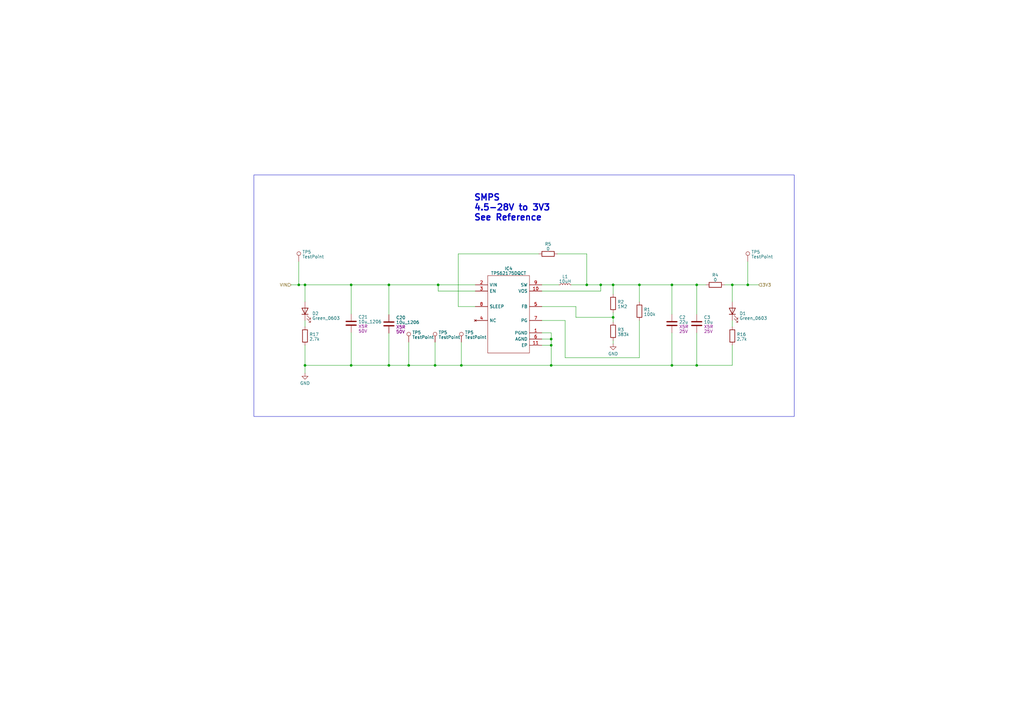
<source format=kicad_sch>
(kicad_sch (version 20230121) (generator eeschema)
  (paper "A3")
  (lib_symbols
    (symbol "Capacitor_JLC:10u" (pin_numbers hide) (pin_names (offset 0.254))
      (property "Reference" "C" (at 0.635 2.54 0))
      (property "Value" "10u" (at 0.635 -2.54 0))
      (property "Type" "X5R" (at 5.08 2.54 0))
      (property "Voltage" "25V" (at 5.08 0 0))
      (symbol "10u_0_1"
        (polyline (pts (xy -2.032 -0.762) (xy 2.032 -0.762)) (stroke (width 0.508)))
        (polyline (pts (xy -2.032 0.762) (xy 2.032 0.762)) (stroke (width 0.508)))
      )
      (symbol "10u_1_1"
        (pin passive line (at 0 3.81 270) (length 2.794) (name "~") (number "1"))
        (pin passive line (at 0 -3.81 90) (length 2.794) (name "~") (number "2"))
      )
    )
    (symbol "Capacitor_JLC:10u_1206" (pin_numbers hide) (pin_names (offset 0.254))
      (property "Reference" "C" (at 0.635 2.54 0))
      (property "Value" "10u_1206" (at 0.635 -2.54 0))
      (property "Type" "X5R" (at 5.08 2.54 0))
      (property "Voltage" "50V" (at 5.08 0 0))
      (symbol "10u_1206_0_1"
        (polyline (pts (xy -2.032 -0.762) (xy 2.032 -0.762)) (stroke (width 0.508)))
        (polyline (pts (xy -2.032 0.762) (xy 2.032 0.762)) (stroke (width 0.508)))
      )
      (symbol "10u_1206_1_1"
        (pin passive line (at 0 3.81 270) (length 2.794) (name "~") (number "1"))
        (pin passive line (at 0 -3.81 90) (length 2.794) (name "~") (number "2"))
      )
    )
    (symbol "Capacitor_JLC:22u" (pin_numbers hide) (pin_names (offset 0.254))
      (property "Reference" "C" (at 0.635 2.54 0))
      (property "Value" "22u" (at 0.635 -2.54 0))
      (property "Type" "X5R" (at 5.08 2.54 0))
      (property "Voltage" "25V" (at 5.08 0 0))
      (symbol "22u_0_1"
        (polyline (pts (xy -2.032 -0.762) (xy 2.032 -0.762)) (stroke (width 0.508)))
        (polyline (pts (xy -2.032 0.762) (xy 2.032 0.762)) (stroke (width 0.508)))
      )
      (symbol "22u_1_1"
        (pin passive line (at 0 3.81 270) (length 2.794) (name "~") (number "1"))
        (pin passive line (at 0 -3.81 90) (length 2.794) (name "~") (number "2"))
      )
    )
    (symbol "Connector:TestPoint" (pin_numbers hide) (pin_names (offset 0.762) hide)
      (property "Reference" "TP" (at 0 6.858 0))
      (property "Value" "TestPoint" (at 0 5.08 0))
      (symbol "TestPoint_0_1"
        (circle (center 0 3.302) (radius 0.762))
      )
      (symbol "TestPoint_1_1"
        (pin passive line (at 0 0 90) (length 2.54) (name "1") (number "1"))
      )
    )
    (symbol "Diode_JLC:Green_0603" (pin_numbers hide) (pin_names (offset 1.016) hide)
      (property "Reference" "D" (at 0 5.08 0))
      (property "Value" "Green_0603" (at 0 3.175 0))
      (symbol "Green_0603_0_1"
        (polyline (pts (xy -1.27 -1.27) (xy -1.27 1.27)) (stroke (width 0.254)))
        (polyline (pts (xy -1.27 0) (xy 1.27 0)))
        (polyline (pts (xy 1.27 -1.27) (xy 1.27 1.27) (xy -1.27 0) (xy 1.27 -1.27)) (stroke (width 0.254)))
        (polyline (pts (xy -3.048 -0.762) (xy -4.572 -2.286) (xy -3.81 -2.286) (xy -4.572 -2.286) (xy -4.572 -1.524)))
        (polyline (pts (xy -1.778 -0.762) (xy -3.302 -2.286) (xy -2.54 -2.286) (xy -3.302 -2.286) (xy -3.302 -1.524)))
      )
      (symbol "Green_0603_1_1"
        (pin passive line (at -3.81 0 0) (length 2.54) (name "K") (number "1"))
        (pin passive line (at 3.81 0 180) (length 2.54) (name "A") (number "2"))
      )
    )
    (symbol "Inductor_JLC:10uH" (pin_numbers hide) (pin_names (offset 0.254) hide)
      (property "Reference" "L" (at 0.762 1.016 0))
      (property "Value" "10uH" (at 0.762 -1.016 0))
      (symbol "10uH_0_1"
        (arc (start 0 -2.032) (mid 0.5058 -1.524) (end 0 -1.016))
        (arc (start 0 -1.016) (mid 0.5058 -0.508) (end 0 0))
        (arc (start 0 0) (mid 0.5058 0.508) (end 0 1.016))
        (arc (start 0 1.016) (mid 0.5058 1.524) (end 0 2.032))
      )
      (symbol "10uH_1_1"
        (pin passive line (at 0 2.54 270) (length 0.508) (name "~") (number "1"))
        (pin passive line (at 0 -2.54 90) (length 0.508) (name "~") (number "2"))
      )
    )
    (symbol "Power-Drivers_JLC:TPS62175DQCT" (pin_names (offset 0.762))
      (property "Reference" "IC" (at 0 3.81 0))
      (property "Value" "TPS62175DQCT" (at 0 1.27 0))
      (symbol "TPS62175DQCT_0_0"
        (pin passive line (at 22.225 -23.495 180) (length 5.08) (name "PGND") (number "1"))
        (pin passive line (at 22.225 -6.35 180) (length 5.08) (name "VOS") (number "10"))
        (pin passive line (at 22.225 -28.575 180) (length 5.08) (name "EP") (number "11"))
        (pin passive line (at -5.08 -3.81 0) (length 5.08) (name "VIN") (number "2"))
        (pin passive line (at -5.08 -6.35 0) (length 5.08) (name "EN") (number "3"))
        (pin no_connect line (at -5.08 -18.415 0) (length 5.08) (name "NC") (number "4"))
        (pin passive line (at 22.225 -12.7 180) (length 5.08) (name "FB") (number "5"))
        (pin passive line (at 22.225 -26.035 180) (length 5.08) (name "AGND") (number "6"))
        (pin passive line (at 22.225 -18.415 180) (length 5.08) (name "PG") (number "7"))
        (pin passive line (at -5.08 -12.7 0) (length 5.08) (name "SLEEP") (number "8"))
        (pin passive line (at 22.225 -3.81 180) (length 5.08) (name "SW") (number "9"))
      )
      (symbol "TPS62175DQCT_0_1"
        (rectangle (start 0 0) (end 17.145 -31.75))
      )
    )
    (symbol "Resistor_JLC:0" (pin_numbers hide) (pin_names (offset 0))
      (property "Reference" "R" (at 2.032 0 90))
      (property "Value" "0" (at 0 0 90))
      (symbol "0_0_1"
        (rectangle (start -1.016 -2.54) (end 1.016 2.54) (stroke (width 0.254)))
      )
      (symbol "0_1_1"
        (pin passive line (at 0 3.81 270) (length 1.27) (name "~") (number "1"))
        (pin passive line (at 0 -3.81 90) (length 1.27) (name "~") (number "2"))
      )
    )
    (symbol "Resistor_JLC:100k" (pin_numbers hide) (pin_names (offset 0))
      (property "Reference" "R" (at 2.032 0 90))
      (property "Value" "100k" (at 0 0 90))
      (symbol "100k_0_1"
        (rectangle (start -1.016 -2.54) (end 1.016 2.54) (stroke (width 0.254)))
      )
      (symbol "100k_1_1"
        (pin passive line (at 0 3.81 270) (length 1.27) (name "~") (number "1"))
        (pin passive line (at 0 -3.81 90) (length 1.27) (name "~") (number "2"))
      )
    )
    (symbol "Resistor_JLC:1M2" (pin_numbers hide) (pin_names (offset 0))
      (property "Reference" "R" (at 2.032 0 90))
      (property "Value" "1M2" (at 0 0 90))
      (symbol "1M2_0_1"
        (rectangle (start -1.016 -2.54) (end 1.016 2.54) (stroke (width 0.254)))
      )
      (symbol "1M2_1_1"
        (pin passive line (at 0 3.81 270) (length 1.27) (name "~") (number "1"))
        (pin passive line (at 0 -3.81 90) (length 1.27) (name "~") (number "2"))
      )
    )
    (symbol "Resistor_JLC:2.7k" (pin_numbers hide) (pin_names (offset 0))
      (property "Reference" "R" (at 2.032 0 90))
      (property "Value" "2.7k" (at 0 0 90))
      (symbol "2.7k_0_1"
        (rectangle (start -1.016 -2.54) (end 1.016 2.54) (stroke (width 0.254)))
      )
      (symbol "2.7k_1_1"
        (pin passive line (at 0 3.81 270) (length 1.27) (name "~") (number "1"))
        (pin passive line (at 0 -3.81 90) (length 1.27) (name "~") (number "2"))
      )
    )
    (symbol "Resistor_JLC:383k" (pin_numbers hide) (pin_names (offset 0))
      (property "Reference" "R" (at 2.032 0 90))
      (property "Value" "383k" (at 0 0 90))
      (symbol "383k_0_1"
        (rectangle (start -1.016 -2.54) (end 1.016 2.54) (stroke (width 0.254)))
      )
      (symbol "383k_1_1"
        (pin passive line (at 0 3.81 270) (length 1.27) (name "~") (number "1"))
        (pin passive line (at 0 -3.81 90) (length 1.27) (name "~") (number "2"))
      )
    )
    (symbol "power:GND" (power) (pin_names (offset 0))
      (property "Value" "GND" (at 0 -3.81 0))
      (symbol "GND_0_1"
        (polyline (pts (xy 0 0) (xy 0 -1.27) (xy 1.27 -1.27) (xy 0 -2.54) (xy -1.27 -1.27) (xy 0 -1.27)))
      )
      (symbol "GND_1_1"
        (pin power_in line (at 0 0 270) (length 0) hide (name "GND") (number "1"))
      )
    )
  )
  (junction (at 125.095 116.84))
  (junction (at 300.355 116.84))
  (junction (at 275.59 149.86))
  (junction (at 285.75 149.86))
  (junction (at 262.255 116.84))
  (junction (at 167.64 149.86))
  (junction (at 226.06 141.605))
  (junction (at 179.705 116.84))
  (junction (at 226.06 139.065))
  (junction (at 246.38 116.84))
  (junction (at 251.46 116.84))
  (junction (at 178.435 149.86))
  (junction (at 159.512 149.86))
  (junction (at 275.59 116.84))
  (junction (at 189.23 149.86))
  (junction (at 306.705 116.84))
  (junction (at 144.018 149.86))
  (junction (at 240.665 116.84))
  (junction (at 251.46 130.175))
  (junction (at 125.095 149.86))
  (junction (at 144.018 116.84))
  (junction (at 285.75 116.84))
  (junction (at 159.512 116.84))
  (junction (at 226.06 149.86))
  (junction (at 122.555 116.84))
  (wire (pts (xy 178.435 149.86) (xy 189.23 149.86)))
  (wire (pts (xy 125.095 131.445) (xy 125.095 133.985)))
  (wire (pts (xy 159.512 149.86) (xy 167.64 149.86)))
  (wire (pts (xy 275.59 136.525) (xy 275.59 149.86)))
  (wire (pts (xy 222.25 125.73) (xy 236.22 125.73)))
  (wire (pts (xy 144.018 136.398) (xy 144.018 149.86)))
  (wire (pts (xy 262.255 123.825) (xy 262.255 116.84)))
  (wire (pts (xy 262.255 146.685) (xy 262.255 131.445)))
  (wire (pts (xy 122.555 107.315) (xy 122.555 116.84)))
  (wire (pts (xy 159.512 129.032) (xy 159.512 116.84)))
  (wire (pts (xy 167.64 149.86) (xy 178.435 149.86)))
  (wire (pts (xy 226.06 136.525) (xy 226.06 139.065)))
  (wire (pts (xy 306.705 107.315) (xy 306.705 116.84)))
  (wire (pts (xy 300.355 123.825) (xy 300.355 116.84)))
  (wire (pts (xy 125.095 123.825) (xy 125.095 116.84)))
  (wire (pts (xy 300.355 141.605) (xy 300.355 149.86)))
  (wire (pts (xy 222.25 119.38) (xy 246.38 119.38)))
  (wire (pts (xy 226.06 139.065) (xy 226.06 141.605)))
  (wire (pts (xy 236.22 130.175) (xy 251.46 130.175)))
  (wire (pts (xy 222.25 116.84) (xy 229.235 116.84)))
  (wire (pts (xy 246.38 119.38) (xy 246.38 116.84)))
  (wire (pts (xy 119.38 116.84) (xy 122.555 116.84)))
  (wire (pts (xy 187.96 125.73) (xy 187.96 104.14)))
  (wire (pts (xy 251.46 116.84) (xy 251.46 120.65)))
  (wire (pts (xy 275.59 116.84) (xy 262.255 116.84)))
  (wire (pts (xy 297.18 116.84) (xy 300.355 116.84)))
  (wire (pts (xy 159.512 136.652) (xy 159.512 149.86)))
  (wire (pts (xy 178.435 140.335) (xy 178.435 149.86)))
  (wire (pts (xy 144.018 116.84) (xy 159.512 116.84)))
  (wire (pts (xy 285.75 136.525) (xy 285.75 149.86)))
  (wire (pts (xy 144.018 149.86) (xy 159.512 149.86)))
  (wire (pts (xy 167.64 140.335) (xy 167.64 149.86)))
  (wire (pts (xy 125.095 149.86) (xy 125.095 153.035)))
  (wire (pts (xy 222.25 141.605) (xy 226.06 141.605)))
  (wire (pts (xy 251.46 139.7) (xy 251.46 140.97)))
  (wire (pts (xy 125.095 116.84) (xy 144.018 116.84)))
  (wire (pts (xy 125.095 149.86) (xy 144.018 149.86)))
  (wire (pts (xy 222.25 136.525) (xy 226.06 136.525)))
  (wire (pts (xy 144.018 128.778) (xy 144.018 116.84)))
  (wire (pts (xy 231.775 146.685) (xy 262.255 146.685)))
  (wire (pts (xy 231.775 131.445) (xy 231.775 146.685)))
  (wire (pts (xy 222.25 131.445) (xy 231.775 131.445)))
  (wire (pts (xy 285.75 149.86) (xy 275.59 149.86)))
  (wire (pts (xy 275.59 116.84) (xy 275.59 128.905)))
  (wire (pts (xy 275.59 149.86) (xy 226.06 149.86)))
  (wire (pts (xy 251.46 128.27) (xy 251.46 130.175)))
  (wire (pts (xy 222.25 139.065) (xy 226.06 139.065)))
  (wire (pts (xy 226.06 141.605) (xy 226.06 149.86)))
  (wire (pts (xy 179.705 119.38) (xy 179.705 116.84)))
  (wire (pts (xy 285.75 116.84) (xy 285.75 128.905)))
  (wire (pts (xy 262.255 116.84) (xy 251.46 116.84)))
  (wire (pts (xy 194.945 125.73) (xy 187.96 125.73)))
  (wire (pts (xy 275.59 116.84) (xy 285.75 116.84)))
  (wire (pts (xy 240.665 116.84) (xy 234.315 116.84)))
  (wire (pts (xy 306.705 116.84) (xy 311.15 116.84)))
  (wire (pts (xy 194.945 116.84) (xy 179.705 116.84)))
  (wire (pts (xy 189.23 140.335) (xy 189.23 149.86)))
  (wire (pts (xy 300.355 131.445) (xy 300.355 133.985)))
  (wire (pts (xy 187.96 104.14) (xy 220.98 104.14)))
  (wire (pts (xy 285.75 116.84) (xy 289.56 116.84)))
  (wire (pts (xy 251.46 116.84) (xy 246.38 116.84)))
  (wire (pts (xy 189.23 149.86) (xy 226.06 149.86)))
  (wire (pts (xy 122.555 116.84) (xy 125.095 116.84)))
  (wire (pts (xy 159.512 116.84) (xy 179.705 116.84)))
  (wire (pts (xy 251.46 130.175) (xy 251.46 132.08)))
  (wire (pts (xy 300.355 149.86) (xy 285.75 149.86)))
  (wire (pts (xy 228.6 104.14) (xy 240.665 104.14)))
  (wire (pts (xy 194.945 119.38) (xy 179.705 119.38)))
  (wire (pts (xy 240.665 104.14) (xy 240.665 116.84)))
  (wire (pts (xy 300.355 116.84) (xy 306.705 116.84)))
  (wire (pts (xy 125.095 141.605) (xy 125.095 149.86)))
  (wire (pts (xy 246.38 116.84) (xy 240.665 116.84)))
  (wire (pts (xy 236.22 125.73) (xy 236.22 130.175)))
  (rectangle (start 104.14 71.755) (end 325.755 170.815))
  (text "SMPS\n4.5-28V to 3V3\nSee Reference" (at 194.31 90.805 0) (effects (font (size 2.54 2.54) (thickness 0.508) bold) (justify left bottom)))
  (hierarchical_label "VIN" (shape input) (at 119.38 116.84 180))
  (hierarchical_label "3V3" (shape input) (at 311.15 116.84 0))
  (symbol (lib_id "Resistor_JLC:383k") (at 251.46 135.89 0) (unit 1)
    (property "Reference" "R3" (at 253.238 135.2463 0) (effects (justify left)))
    (property "Value" "383k" (at 253.238 137.1673 0) (effects (justify left)))
    (property "Footprint" "Resistor_SMD:R_0402_1005Metric" (effects hide))
    (property "LCSC" "C163468" (effects hide))
  )
  (symbol (lib_id "Capacitor_JLC:22u") (at 275.59 132.715 0) (unit 1)
    (property "Reference" "C2" (at 278.511 130.1503 0) (effects (justify left)))
    (property "Value" "22u" (at 278.511 132.0713 0) (effects (justify left)))
    (property "Footprint" "Capacitor_SMD:C_0805_2012Metric" (effects hide))
    (property "Type" "X5R" (at 278.511 133.9923 0) (effects (justify left)))
    (property "LCSC" "C602037" (effects hide))
    (property "Voltage" "25V" (at 278.511 135.9133 0) (effects (justify left)))
  )
  (symbol (lib_id "Connector:TestPoint") (at 122.555 107.315 0) (unit 1)
    (property "Reference" "TP5" (at 123.952 103.3693 0) (effects (justify left)))
    (property "Value" "TestPoint" (at 123.952 105.2903 0) (effects (justify left)))
    (property "Footprint" "TestPoint:TestPoint_Pad_D1.0mm" (effects hide))
    (instances (project "Spark-Analyzer" (path "" (reference "TP5") (unit 1)) (path "" (reference "TP4") (unit 1))))
  )
  (symbol (lib_id "Resistor_JLC:100k") (at 262.255 127.635 0) (unit 1)
    (property "Reference" "R1" (at 264.033 126.9913 0) (effects (justify left)))
    (property "Value" "100k" (at 264.033 128.9123 0) (effects (justify left)))
    (property "Footprint" "Resistor_SMD:R_0402_1005Metric" (effects hide))
    (property "LCSC" "C25741" (effects hide))
  )
  (symbol (lib_id "Connector:TestPoint") (at 306.705 107.315 0) (unit 1)
    (property "Reference" "TP5" (at 308.102 103.3693 0) (effects (justify left)))
    (property "Value" "TestPoint" (at 308.102 105.2903 0) (effects (justify left)))
    (property "Footprint" "TestPoint:TestPoint_Pad_D1.0mm" (effects hide))
    (instances (project "Spark-Analyzer" (path "" (reference "TP5") (unit 1)) (path "" (reference "TP3") (unit 1))))
  )
  (symbol (lib_id "Resistor_JLC:2.7k") (at 125.095 137.795 0) (unit 1)
    (property "Reference" "R17" (at 126.873 137.1513 0) (effects (justify left)))
    (property "Value" "2.7k" (at 126.873 139.0723 0) (effects (justify left)))
    (property "Footprint" "Resistor_SMD:R_0402_1005Metric" (effects hide))
    (property "LCSC" "C25885" (effects hide))
  )
  (symbol (lib_id "Diode_JLC:Green_0603") (at 300.355 127.635 90) (unit 1)
    (property "Reference" "D1" (at 303.276 128.5788 90) (effects (justify right)))
    (property "Value" "Green_0603" (at 303.276 130.4998 90) (effects (justify right)))
    (property "Footprint" "LED_SMD:LED_0603_1608Metric" (effects hide))
    (property "Datasheet" "https://datasheet.lcsc.com/lcsc/1811101510_Everlight-Elec-19-217-GHC-YR1S2-3T_C72043.pdf" (effects hide))
    (property "LCSC" "C72043" (effects hide))
  )
  (symbol (lib_id "Power-Drivers_JLC:TPS62175DQCT") (at 200.025 113.03 0) (unit 1)
    (property "Reference" "IC4" (at 208.5975 110.1471 0))
    (property "Value" "TPS62175DQCT" (at 208.5975 112.0681 0))
    (property "Footprint" "SON50P200X300X80-11N" (effects hide))
    (property "Datasheet" "http://www.ti.com/lit/ds/symlink/tps62175.pdf" (effects hide))
    (property "Description" "28V 0.5A StepDown Converter Sleep WSON10 Texas Instruments TPS62175DQCT, Step Down DC-DC Converter, 500mA, Adjustable, 1  6 V, 10-Pin WSON" (effects hide))
    (property "Height" "0.8" (effects hide))
    (property "Manufacturer_Name" "Texas Instruments" (effects hide))
    (property "Manufacturer_Part_Number" "TPS62175DQCT" (effects hide))
    (property "Mouser Part Number" "595-TPS62175DQCT" (effects hide))
    (property "Mouser Price/Stock" "https://www.mouser.co.uk/ProductDetail/Texas-Instruments/TPS62175DQCT?qs=4whTb%2F0XQMhBaDZDaJHbIw%3D%3D" (effects hide))
    (property "Arrow Part Number" "TPS62175DQCT" (effects hide))
    (property "Arrow Price/Stock" "https://www.arrow.com/en/products/tps62175dqct/texas-instruments?region=nac" (effects hide))
    (property "LCSC" "C32097" (effects hide))
  )
  (symbol (lib_id "Resistor_JLC:0") (at 293.37 116.84 90) (unit 1)
    (property "Reference" "R4" (at 293.37 112.8141 90))
    (property "Value" "0" (at 293.37 114.7351 90))
    (property "Footprint" "Resistor_SMD:R_0805_2012Metric_Pad1.20x1.40mm_HandSolder" (effects hide))
    (property "LCSC" "C17477" (effects hide))
  )
  (symbol (lib_id "Resistor_JLC:2.7k") (at 300.355 137.795 0) (unit 1)
    (property "Reference" "R16" (at 302.133 137.1513 0) (effects (justify left)))
    (property "Value" "2.7k" (at 302.133 139.0723 0) (effects (justify left)))
    (property "Footprint" "Resistor_SMD:R_0402_1005Metric" (effects hide))
    (property "LCSC" "C25885" (effects hide))
  )
  (symbol (lib_id "Connector:TestPoint") (at 167.64 140.335 0) (unit 1)
    (property "Reference" "TP5" (at 169.037 136.3893 0) (effects (justify left)))
    (property "Value" "TestPoint" (at 169.037 138.3103 0) (effects (justify left)))
    (property "Footprint" "TestPoint:TestPoint_Pad_D1.0mm" (effects hide))
    (instances (project "Spark-Analyzer" (path "" (reference "TP5") (unit 1)) (path "" (reference "TP10") (unit 1))))
  )
  (symbol (lib_id "Diode_JLC:Green_0603") (at 125.095 127.635 90) (unit 1)
    (property "Reference" "D2" (at 128.016 128.5788 90) (effects (justify right)))
    (property "Value" "Green_0603" (at 128.016 130.4998 90) (effects (justify right)))
    (property "Footprint" "LED_SMD:LED_0603_1608Metric" (effects hide))
    (property "Datasheet" "https://datasheet.lcsc.com/lcsc/1811101510_Everlight-Elec-19-217-GHC-YR1S2-3T_C72043.pdf" (effects hide))
    (property "LCSC" "C72043" (effects hide))
  )
  (symbol (lib_id "Inductor_JLC:10uH") (at 231.775 116.84 90) (unit 1)
    (property "Reference" "L1" (at 231.775 113.4513 90))
    (property "Value" "10uH" (at 231.775 115.3723 90))
    (property "Footprint" "SamacSys_Parts:INDPM4040X300N" (effects hide))
    (property "Datasheet" "https://datasheet.lcsc.com/lcsc/2110091630_Sunlord-SWPA4030S100MT_C38117.pdf" (effects hide))
    (property "LCSC" "C38117" (effects hide))
  )
  (symbol (lib_id "power:GND") (at 125.095 153.035 0) (unit 1)
    (property "Reference" "#PWR02" (effects hide))
    (property "Value" "GND" (at 125.095 157.1705 0))
  )
  (symbol (lib_id "power:GND") (at 251.46 140.97 0) (unit 1)
    (property "Reference" "#PWR03" (effects hide))
    (property "Value" "GND" (at 251.46 145.1055 0))
  )
  (symbol (lib_id "Connector:TestPoint") (at 178.435 140.335 0) (unit 1)
    (property "Reference" "TP5" (at 179.832 136.3893 0) (effects (justify left)))
    (property "Value" "TestPoint" (at 179.832 138.3103 0) (effects (justify left)))
    (property "Footprint" "TestPoint:TestPoint_Pad_D1.0mm" (effects hide))
  )
  (symbol (lib_id "Resistor_JLC:0") (at 224.79 104.14 90) (unit 1)
    (property "Reference" "R5" (at 224.79 100.1141 90))
    (property "Value" "0" (at 224.79 102.0351 90))
    (property "Footprint" "Resistor_SMD:R_0805_2012Metric_Pad1.20x1.40mm_HandSolder" (effects hide))
    (property "LCSC" "C17477" (effects hide))
  )
  (symbol (lib_id "Capacitor_JLC:10u_1206") (at 144.018 132.588 0) (unit 1)
    (property "Reference" "C21" (at 146.939 130.0233 0) (effects (justify left)))
    (property "Value" "10u_1206" (at 146.939 131.9443 0) (effects (justify left)))
    (property "Footprint" "Capacitor_SMD:C_1206_3216Metric" (effects hide))
    (property "Datasheet" "https://datasheet.lcsc.com/lcsc/1912111437_TDK-C3216X7R1V106MT000E_C361179.pdf" (effects hide))
    (property "Type" "X5R" (at 146.939 133.8653 0) (effects (justify left)))
    (property "LCSC" "C466808" (effects hide))
    (property "Voltage" "50V" (at 146.939 135.7863 0) (effects (justify left)))
  )
  (symbol (lib_id "Capacitor_JLC:10u_1206") (at 159.512 132.842 0) (unit 1)
    (property "Reference" "C20" (at 162.433 130.2773 0) (effects (justify left)))
    (property "Value" "10u_1206" (at 162.433 132.1983 0) (effects (justify left)))
    (property "Footprint" "Capacitor_SMD:C_1206_3216Metric" (effects hide))
    (property "Datasheet" "https://datasheet.lcsc.com/lcsc/1912111437_TDK-C3216X7R1V106MT000E_C361179.pdf" (effects hide))
    (property "Type" "X5R" (at 162.433 134.1193 0) (effects (justify left)))
    (property "LCSC" "C466808" (effects hide))
    (property "Voltage" "50V" (at 162.433 136.0403 0) (effects (justify left)))
  )
  (symbol (lib_id "Capacitor_JLC:10u") (at 285.75 132.715 0) (unit 1)
    (property "Reference" "C3" (at 288.671 130.1503 0) (effects (justify left)))
    (property "Value" "10u" (at 288.671 132.0713 0) (effects (justify left)))
    (property "Footprint" "Capacitor_SMD:C_0805_2012Metric" (effects hide))
    (property "Type" "X5R" (at 288.671 133.9923 0) (effects (justify left)))
    (property "LCSC" "C15850" (effects hide))
    (property "Voltage" "25V" (at 288.671 135.9133 0) (effects (justify left)))
  )
  (symbol (lib_id "Resistor_JLC:1M2") (at 251.46 124.46 0) (unit 1)
    (property "Reference" "R2" (at 253.238 123.8163 0) (effects (justify left)))
    (property "Value" "1M2" (at 253.238 125.7373 0) (effects (justify left)))
    (property "Footprint" "Resistor_SMD:R_0402_1005Metric" (effects hide))
    (property "LCSC" "C413030" (effects hide))
  )
  (symbol (lib_id "Connector:TestPoint") (at 189.23 140.335 0) (unit 1)
    (property "Reference" "TP5" (at 190.627 136.3893 0) (effects (justify left)))
    (property "Value" "TestPoint" (at 190.627 138.3103 0) (effects (justify left)))
    (property "Footprint" "TestPoint:TestPoint_Pad_D1.0mm" (effects hide))
    (instances (project "Spark-Analyzer" (path "" (reference "TP5") (unit 1)) (path "" (reference "TP11") (unit 1))))
  )
)
</source>
